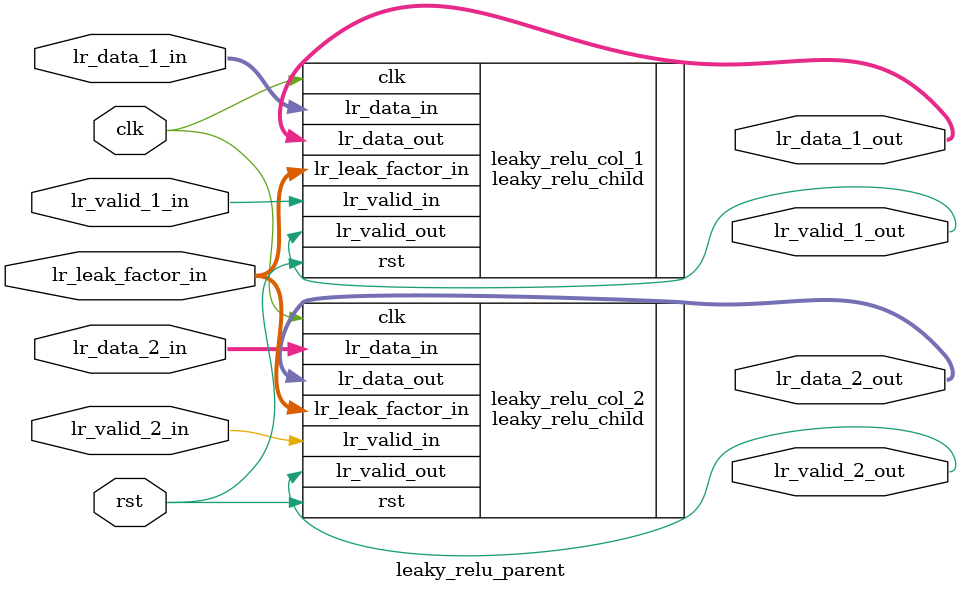
<source format=sv>
`timescale 1ns/1ps


module leaky_relu_parent (
    input logic clk,
    input logic rst,
    input logic signed [15:0] lr_leak_factor_in,

    input logic lr_valid_1_in,
    input logic lr_valid_2_in,

    input logic signed [15:0] lr_data_1_in,
    input logic signed [15:0] lr_data_2_in,
    
    output logic signed [15:0] lr_data_1_out,
    output logic signed [15:0] lr_data_2_out,
    
    output logic lr_valid_1_out,
    output logic lr_valid_2_out
);

    leaky_relu_child leaky_relu_col_1 (
        .clk(clk),
        .rst(rst),
        .lr_valid_in(lr_valid_1_in),
        .lr_data_in(lr_data_1_in),
        .lr_leak_factor_in(lr_leak_factor_in),
        .lr_data_out(lr_data_1_out),
        .lr_valid_out(lr_valid_1_out)
    );

    leaky_relu_child leaky_relu_col_2 (
        .clk(clk),
        .rst(rst),
        .lr_valid_in(lr_valid_2_in),
        .lr_data_in(lr_data_2_in),
        .lr_leak_factor_in(lr_leak_factor_in),
        .lr_data_out(lr_data_2_out),
        .lr_valid_out(lr_valid_2_out)
    );

endmodule
</source>
